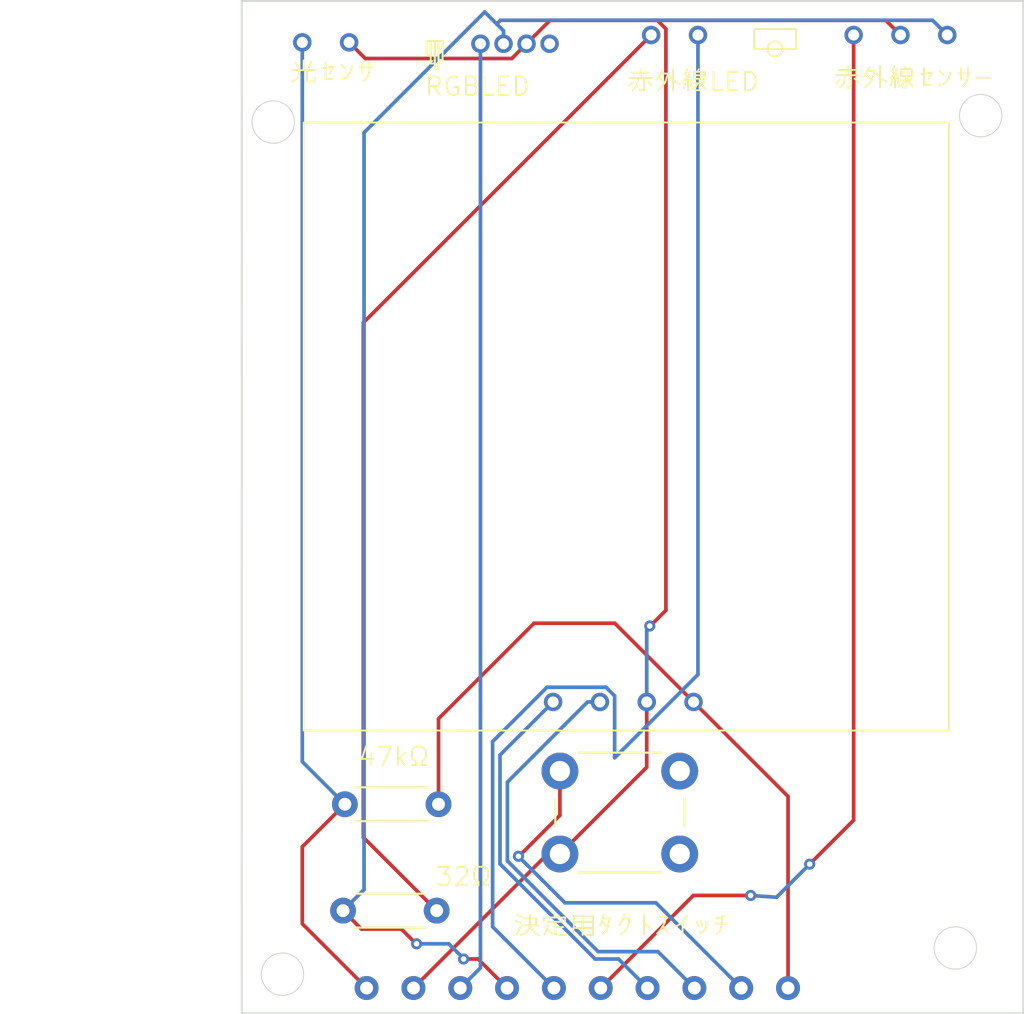
<source format=kicad_pcb>
(kicad_pcb (version 20240108) (generator "pcbnew") (generator_version "8.0")
  (layers (0 "F.Cu" signal) (31 "B.Cu" signal) (34 "B.Paste" user) (35 "F.Paste" user) (36 "B.SilkS" user "B.Silkscreen") (37 "F.SilkS" user "F.Silkscreen") (38 "B.Mask" user) (39 "F.Mask" user) (44 "Edge.Cuts" user))
  (net 0 "")
  (footprint "" (layer "F.Cu") (at 191.74 74.305)
    (property "Reference" "" (at 0 0 0) (layer "F.SilkS") (effects (font (size 1.27 1.27))))
    (property "Value" "")
    (pad "" thru_hole circle (at 0 0 180) (size 1 1) (drill 0.6) (layers "*.Cu" "*.Mask"))
  )
  (footprint "" (layer "F.Cu") (at 213.01 125.63)
    (property "Reference" "25" (hide yes))
    (property "Value" "")
    (pad "" thru_hole circle (at 0 0 180) (size 1.3 1.3) (drill 0.7) (layers "*.Cu" "*.Mask"))
  )
  (footprint "" (layer "F.Cu") (at 221.65 73.905)
    (property "Reference" "" (at 0 0 0) (layer "F.SilkS") (effects (font (size 1.27 1.27))))
    (property "Value" "")
    (pad "" thru_hole circle (at 0 0 180) (size 1 1) (drill 0.6) (layers "*.Cu" "*.Mask"))
  )
  (footprint "" (layer "F.Cu") (at 202.85 125.63)
    (property "Reference" "21" (hide yes))
    (property "Value" "")
    (pad "" thru_hole circle (at 0 0 180) (size 1.3 1.3) (drill 0.7) (layers "*.Cu" "*.Mask"))
  )
  (footprint "" (layer "F.Cu") (at 205.155 74.38)
    (property "Reference" "13" (hide yes))
    (property "Value" "" (hide yes))
    (pad "" thru_hole circle (at 0 0 180) (size 1 1) (drill 0.6) (layers "*.Cu" "*.Mask"))
  )
  (footprint "" (layer "F.Cu") (at 194.28 74.305)
    (property "Reference" "" (at 0 0 0) (layer "F.SilkS") (effects (font (size 1.27 1.27))))
    (property "Value" "")
    (pad "" thru_hole circle (at 0 0 180) (size 1 1) (drill 0.6) (layers "*.Cu" "*.Mask"))
  )
  (footprint "" (layer "F.Cu") (at 224.19 73.905)
    (property "Reference" "17" (hide yes))
    (property "Value" "")
    (pad "" thru_hole circle (at 0 0 180) (size 1 1) (drill 0.6) (layers "*.Cu" "*.Mask"))
  )
  (footprint "" (layer "F.Cu") (at 210.425 110.105)
    (property "Reference" "15" (hide yes))
    (property "Value" "")
    (pad "" thru_hole circle (at 0 0 180) (size 1 1) (drill 0.6) (layers "*.Cu" "*.Mask"))
  )
  (footprint "" (layer "F.Cu") (at 205.39 125.63)
    (property "Reference" "22" (hide yes))
    (property "Value" "")
    (pad "e" thru_hole circle (at 0 0 180) (size 1.3 1.3) (drill 0.7) (layers "*.Cu" "*.Mask"))
  )
  (footprint "" (layer "F.Cu") (at 212.965 110.105)
    (property "Reference" "16" (hide yes))
    (property "Value" "")
    (pad "" thru_hole circle (at 0 0 180) (size 1 1) (drill 0.6) (layers "*.Cu" "*.Mask"))
  )
  (footprint "" (layer "F.Cu") (at 226.73 73.905)
    (property "Reference" "18" (hide yes))
    (property "Value" "")
    (pad "" thru_hole circle (at 0 0 180) (size 1 1) (drill 0.6) (layers "*.Cu" "*.Mask"))
  )
  (footprint "" (layer "F.Cu") (at 207.93 125.63)
    (property "Reference" "23" (hide yes))
    (property "Value" "")
    (pad "" thru_hole circle (at 0 0 180) (size 1.3 1.3) (drill 0.7) (layers "*.Cu" "*.Mask"))
  )
  (footprint "" (layer "F.Cu") (at 205.345 110.105)
    (property "Reference" "" (at 0 0 0) (layer "F.SilkS") (effects (font (size 1.27 1.27))))
    (property "Value" "")
    (pad "" thru_hole circle (at 0 0 180) (size 1 1) (drill 0.6) (layers "*.Cu" "*.Mask"))
  )
  (footprint "" (layer "F.Cu") (at 200.31 125.63)
    (property "Reference" "20" (hide yes))
    (property "Value" "")
    (pad "" thru_hole circle (at 0 0 180) (size 1.3 1.3) (drill 0.7) (layers "*.Cu" "*.Mask"))
  )
  (footprint "" (layer "F.Cu") (at 207.885 110.105)
    (property "Reference" "14" (hide yes))
    (property "Value" "")
    (pad "" thru_hole circle (at 0 0 180) (size 1 1) (drill 0.6) (layers "*.Cu" "*.Mask"))
  )
  (footprint "Resistor_THT:R_Axial_DIN0204_L3.6mm_D1.6mm_P5.08mm_Horizontal" (layer "F.Cu") (at 199.13 115.655 180)
    (property "Reference" "REF**" (hide yes))
    (property "Value" "R_Axial_DIN0204_L3.6mm_D1.6mm_P5.08mm_Horizontal")
    (fp_line (start 0.62 0.92) (end 4.46 0.92) (stroke (width 0.12)) (layer "F.SilkS"))
    (fp_line (start 0.62 -0.92) (end 4.46 -0.92) (stroke (width 0.12)) (layer "F.SilkS"))
    (pad "1" thru_hole circle (at 0 0 180) (size 1.4 1.4) (drill 0.7) (layers "*.Cu" "*.Mask"))
    (pad "2" thru_hole oval (at 5.08 0 180) (size 1.4 1.4) (drill 0.7) (layers "*.Cu" "*.Mask"))
  )
  (footprint "" (layer "F.Cu") (at 197.77 125.63)
    (property "Reference" "19" (hide yes))
    (property "Value" "")
    (pad "" thru_hole circle (at 0 0 180) (size 1.3 1.3) (drill 0.7) (layers "*.Cu" "*.Mask"))
  )
  (footprint "Button_Switch_THT:SW_PUSH_6mm_H4.3mm" (layer "F.Cu") (at 205.715 113.855)
    (property "Reference" "REF**" (hide yes))
    (property "Value" "SW_PUSH_6mm_H4.3mm")
    (fp_line (start -0.25 1.5) (end -0.25 3) (stroke (width 0.12)) (layer "F.SilkS"))
    (fp_line (start 1 5.5) (end 5.5 5.5) (stroke (width 0.12)) (layer "F.SilkS"))
    (fp_line (start 5.5 -1) (end 1 -1) (stroke (width 0.12)) (layer "F.SilkS"))
    (fp_line (start 6.75 3) (end 6.75 1.5) (stroke (width 0.12)) (layer "F.SilkS"))
    (pad "1" thru_hole circle (at 0 0 90) (size 2 2) (drill 1.1) (layers "*.Cu" "*.Mask"))
    (pad "1" thru_hole circle (at 6.5 0 90) (size 2 2) (drill 1.1) (layers "*.Cu" "*.Mask"))
    (pad "2" thru_hole circle (at 0 4.5 90) (size 2 2) (drill 1.1) (layers "*.Cu" "*.Mask"))
    (pad "2" thru_hole circle (at 6.5 4.5 90) (size 2 2) (drill 1.1) (layers "*.Cu" "*.Mask"))
  )
  (footprint "" (layer "F.Cu") (at 215.55 125.63)
    (property "Reference" "26" (hide yes))
    (property "Value" "")
    (pad "" thru_hole circle (at 0 0 180) (size 1.3 1.3) (drill 0.7) (layers "*.Cu" "*.Mask"))
  )
  (footprint "" (layer "F.Cu") (at 218.09 125.63)
    (property "Reference" "27" (hide yes))
    (property "Value" "")
    (pad "" thru_hole circle (at 0 0 180) (size 1.3 1.3) (drill 0.7) (layers "*.Cu" "*.Mask"))
  )
  (footprint "" (layer "F.Cu") (at 213.205 73.905)
    (property "Reference" "10" (hide yes))
    (property "Value" "")
    (pad "" thru_hole circle (at 0 0 180) (size 1 1) (drill 0.6) (layers "*.Cu" "*.Mask"))
  )
  (footprint "Resistor_THT:R_Axial_DIN0204_L3.6mm_D1.6mm_P5.08mm_Horizontal" (layer "F.Cu") (at 193.95 121.43)
    (property "Reference" "REF**" (hide yes))
    (property "Value" "R_Axial_DIN0204_L3.6mm_D1.6mm_P5.08mm_Horizontal")
    (fp_line (start 0.62 -0.92) (end 4.46 -0.92) (stroke (width 0.12)) (layer "F.SilkS"))
    (fp_line (start 0.62 0.92) (end 4.46 0.92) (stroke (width 0.12)) (layer "F.SilkS"))
    (pad "1" thru_hole circle (at 0 0) (size 1.4 1.4) (drill 0.7) (layers "*.Cu" "*.Mask"))
    (pad "2" thru_hole oval (at 5.08 0) (size 1.4 1.4) (drill 0.7) (layers "*.Cu" "*.Mask"))
  )
  (footprint "" (layer "F.Cu") (at 201.405 74.38)
    (property "Reference" "" (hide yes))
    (property "Value" "" (hide yes))
    (pad "" thru_hole circle (at 0 0 180) (size 1 1) (drill 0.6) (layers "*.Cu" "*.Mask"))
  )
  (footprint "" (layer "F.Cu") (at 202.655 74.38)
    (property "Reference" "11" (hide yes))
    (property "Value" "" (hide yes))
    (pad "" thru_hole circle (at 0 0 180) (size 1 1) (drill 0.6) (layers "*.Cu" "*.Mask"))
  )
  (footprint "" (layer "F.Cu") (at 203.905 74.38)
    (property "Reference" "12" (hide yes))
    (property "Value" "" (hide yes))
    (pad "" thru_hole circle (at 0 0 180) (size 1 1) (drill 0.6) (layers "*.Cu" "*.Mask"))
  )
  (footprint "" (layer "F.Cu") (at 210.665 73.905)
    (property "Reference" "" (at 0 0 0) (layer "F.SilkS") (effects (font (size 1.27 1.27))))
    (property "Value" "")
    (pad "" thru_hole circle (at 0 0 180) (size 1 1) (drill 0.6) (layers "*.Cu" "*.Mask"))
  )
  (footprint "" (layer "F.Cu") (at 195.23 125.63)
    (property "Reference" "" (at 0 0 0) (layer "F.SilkS") (effects (font (size 1.27 1.27))))
    (property "Value" "")
    (pad "" thru_hole circle (at 0 0 180) (size 1.3 1.3) (drill 0.7) (layers "*.Cu" "*.Mask"))
  )
  (footprint "" (layer "F.Cu") (at 210.47 125.63)
    (property "Reference" "24" (hide yes))
    (property "Value" "")
    (pad "" thru_hole circle (at 0 0 180) (size 1.3 1.3) (drill 0.7) (layers "*.Cu" "*.Mask"))
  )
  (gr_rect (start 216.25 73.58) (end 218.525 74.655) (stroke (width 0.1)) (fill none) (layer "F.SilkS"))
  (gr_rect (start 198.93 74.23) (end 199.13 75.73) (stroke (width 0.1)) (fill none) (layer "F.SilkS"))
  (gr_rect (start 199.13 74.23) (end 199.355 75.255) (stroke (width 0.1)) (fill none) (layer "F.SilkS"))
  (gr_rect (start 191.815 78.655) (end 226.815 111.655) (stroke (width 0.1)) (fill none) (layer "F.SilkS"))
  (gr_rect (start 198.48 74.23) (end 198.705 75.03) (stroke (width 0.1)) (fill none) (layer "F.SilkS"))
  (gr_rect (start 198.705 74.23) (end 198.93 75.455) (stroke (width 0.1)) (fill none) (layer "F.SilkS"))
  (gr_circle (center 217.3875 74.655) (end 217.55 74.28) (stroke (width 0.1)) (fill none) (layer "F.SilkS"))
  (gr_line (start 188.455 80.305) (end 188.455 80.305) (stroke (width 0.05)) (layer "Edge.Cuts"))
  (gr_line (start 230.8525 72.055) (end 230.8525 127.005) (stroke (width 0.1)) (layer "Edge.Cuts"))
  (gr_line (start 188.4525 127.005) (end 188.455 80.305) (stroke (width 0.1)) (layer "Edge.Cuts"))
  (gr_line (start 188.4525 72.055) (end 230.8525 72.055) (stroke (width 0.1)) (layer "Edge.Cuts"))
  (gr_circle (center 227.165 123.455) (end 226.015 123.455) (stroke (width 0.05)) (fill none) (layer "Edge.Cuts"))
  (gr_line (start 188.455 80.305) (end 188.4525 72.055) (stroke (width 0.1)) (layer "Edge.Cuts"))
  (gr_circle (center 228.54 78.28) (end 227.39 78.28) (stroke (width 0.05)) (fill none) (layer "Edge.Cuts"))
  (gr_circle (center 190.665 124.88) (end 189.515 124.88) (stroke (width 0.05)) (fill none) (layer "Edge.Cuts"))
  (gr_circle (center 190.165 78.63) (end 189.015 78.63) (stroke (width 0.05)) (fill none) (layer "Edge.Cuts"))
  (gr_line (start 230.8525 127.005) (end 188.4525 127.005) (stroke (width 0.1)) (layer "Edge.Cuts"))
  (gr_text "47kΩ" (at 194.715 113.655 0) (layer "F.SilkS") (effects (font (size 1 1) (thickness 0.1)) (justify left bottom)))
  (gr_text "32Ω" (at 198.9 120.18 0) (layer "F.SilkS") (effects (font (size 1 1) (thickness 0.1)) (justify left bottom)))
  (gr_text "赤外線LED" (at 209.315 77.03 0) (layer "F.SilkS") (effects (font (size 1 1) (thickness 0.1)) (justify left bottom)))
  (gr_text "決定用タクトスイッチ" (at 203.165 122.88 0) (layer "F.SilkS") (effects (font (size 1 1) (thickness 0.1)) (justify left bottom)))
  (gr_text "赤外線センサー" (at 220.54 76.88 0) (layer "F.SilkS") (effects (font (size 1 1) (thickness 0.1)) (justify left bottom)))
  (gr_text "光センサ" (at 191.03 76.555 0) (layer "F.SilkS") (effects (font (size 1 1) (thickness 0.1)) (justify left bottom)))
  (gr_text "RGBLED" (at 198.315 77.28 0) (layer "F.SilkS") (effects (font (size 1 1) (thickness 0.1)) (justify left bottom)))
  (segment (start 210.59 105.98) (end 210.59 106.005) (width 0.2) (layer "F.Cu") (net 0))
  (segment (start 197.915 123.23) (end 197.94 123.23) (width 0.2) (layer "F.Cu") (net 0))
  (segment (start 195.05 89.52) (end 195.05 117.45) (width 0.2) (layer "F.Cu") (net 0))
  (segment (start 205.18 73.105) (end 210.996371 73.105) (width 0.2) (layer "F.Cu") (net 0))
  (segment (start 212.955 120.605) (end 207.93 125.63) (width 0.2) (layer "F.Cu") (net 0))
  (segment (start 200.49 124.055) (end 201.275 124.055) (width 0.2) (layer "F.Cu") (net 0))
  (segment (start 197.94 123.23) (end 197.94 123.255) (width 0.2) (layer "F.Cu") (net 0))
  (segment (start 221.65 73.905) (end 221.65 116.52) (width 0.2) (layer "F.Cu") (net 0))
  (segment (start 218.09 125.63) (end 218.09 115.23) (width 0.2) (layer "F.Cu") (net 0))
  (segment (start 216.065 120.605) (end 212.955 120.605) (width 0.2) (layer "F.Cu") (net 0))
  (segment (start 203.905 74.38) (end 203.105 75.18) (width 0.2) (layer "F.Cu") (net 0))
  (segment (start 194.05 115.655) (end 191.74 117.965) (width 0.2) (layer "F.Cu") (net 0))
  (segment (start 197.94 123.255) (end 197.94 123.255) (width 0.2) (layer "F.Cu") (net 0))
  (segment (start 197.115 122.43) (end 197.915 123.23) (width 0.2) (layer "F.Cu") (net 0))
  (segment (start 205.045 118.355) (end 197.77 125.63) (width 0.2) (layer "F.Cu") (net 0))
  (segment (start 210.615 105.98) (end 210.59 105.98) (width 0.2) (layer "F.Cu") (net 0))
  (segment (start 203.465 118.505) (end 203.465 118.505) (width 0.2) (layer "F.Cu") (net 0))
  (segment (start 191.74 122.14) (end 195.23 125.63) (width 0.2) (layer "F.Cu") (net 0))
  (segment (start 210.665 73.905) (end 195.05 89.52) (width 0.2) (layer "F.Cu") (net 0))
  (segment (start 205.715 113.855) (end 205.715 116.255) (width 0.2) (layer "F.Cu") (net 0))
  (segment (start 195.155 75.18) (end 194.28 74.305) (width 0.2) (layer "F.Cu") (net 0))
  (segment (start 210.425 113.645) (end 205.715 118.355) (width 0.2) (layer "F.Cu") (net 0))
  (segment (start 203.105 75.18) (end 195.155 75.18) (width 0.2) (layer "F.Cu") (net 0))
  (segment (start 224.19 73.905) (end 223.39 73.105) (width 0.2) (layer "F.Cu") (net 0))
  (segment (start 205.715 118.355) (end 205.045 118.355) (width 0.2) (layer "F.Cu") (net 0))
  (segment (start 191.74 117.965) (end 191.74 122.14) (width 0.2) (layer "F.Cu") (net 0))
  (segment (start 203.905 74.38) (end 205.18 73.105) (width 0.2) (layer "F.Cu") (net 0))
  (segment (start 208.69 105.83) (end 212.965 110.105) (width 0.2) (layer "F.Cu") (net 0))
  (segment (start 199.13 115.655) (end 199.13 111.015) (width 0.2) (layer "F.Cu") (net 0))
  (segment (start 201.275 124.055) (end 202.85 125.63) (width 0.2) (layer "F.Cu") (net 0))
  (segment (start 210.59 106.005) (end 210.615 105.98) (width 0.2) (layer "F.Cu") (net 0))
  (segment (start 203.49 118.48) (end 203.465 118.48) (width 0.2) (layer "F.Cu") (net 0))
  (segment (start 223.39 73.105) (end 210.765 73.105) (width 0.2) (layer "F.Cu") (net 0))
  (segment (start 211.465 73.573629) (end 211.465 105.13) (width 0.2) (layer "F.Cu") (net 0))
  (segment (start 218.09 115.23) (end 212.965 110.105) (width 0.2) (layer "F.Cu") (net 0))
  (segment (start 221.65 116.52) (end 219.265 118.905) (width 0.2) (layer "F.Cu") (net 0))
  (segment (start 194.95 122.43) (end 197.115 122.43) (width 0.2) (layer "F.Cu") (net 0))
  (segment (start 210.425 110.105) (end 210.425 113.645) (width 0.2) (layer "F.Cu") (net 0))
  (segment (start 219.265 118.905) (end 219.24 118.93) (width 0.2) (layer "F.Cu") (net 0))
  (segment (start 210.996371 73.105) (end 211.465 73.573629) (width 0.2) (layer "F.Cu") (net 0))
  (segment (start 211.465 105.13) (end 210.615 105.98) (width 0.2) (layer "F.Cu") (net 0))
  (segment (start 203.465 118.48) (end 203.465 118.505) (width 0.2) (layer "F.Cu") (net 0))
  (segment (start 199.13 111.015) (end 204.315 105.83) (width 0.2) (layer "F.Cu") (net 0))
  (segment (start 193.95 121.43) (end 194.95 122.43) (width 0.2) (layer "F.Cu") (net 0))
  (segment (start 195.05 117.45) (end 199.03 121.43) (width 0.2) (layer "F.Cu") (net 0))
  (segment (start 205.715 116.255) (end 203.49 118.48) (width 0.2) (layer "F.Cu") (net 0))
  (segment (start 204.315 105.83) (end 208.69 105.83) (width 0.2) (layer "F.Cu") (net 0))
  (via (at 210.59 105.98) (size 0.6) (drill 0.3) (layers "F.Cu" "B.Cu") (net 0))
  (via (at 216.065 120.605) (size 0.6) (drill 0.3) (layers "F.Cu" "B.Cu") (net 0))
  (via (at 219.265 118.905) (size 0.6) (drill 0.3) (layers "F.Cu" "B.Cu") (net 0))
  (via (at 200.49 124.055) (size 0.6) (drill 0.3) (layers "F.Cu" "B.Cu") (net 0))
  (via (at 203.465 118.48) (size 0.6) (drill 0.3) (layers "F.Cu" "B.Cu") (net 0))
  (via (at 197.94 123.23) (size 0.6) (drill 0.3) (layers "F.Cu" "B.Cu") (net 0))
  (segment (start 213.205 73.905) (end 213.205 108.615) (width 0.2) (layer "B.Cu") (net 0))
  (segment (start 202.065 112.253629) (end 202.065 122.305) (width 0.2) (layer "B.Cu") (net 0))
  (segment (start 211.035686 123.655686) (end 207.792157 123.655686) (width 0.2) (layer "B.Cu") (net 0))
  (segment (start 210.59 105.98) (end 210.425 106.145) (width 0.2) (layer "B.Cu") (net 0))
  (segment (start 202.465 118.894215) (end 202.465 112.985) (width 0.2) (layer "B.Cu") (net 0))
  (segment (start 201.405 74.38) (end 201.405 124.535) (width 0.2) (layer "B.Cu") (net 0))
  (segment (start 197.94 123.23) (end 199.69 123.23) (width 0.2) (layer "B.Cu") (net 0))
  (segment (start 195.09 120.29) (end 193.95 121.43) (width 0.2) (layer "B.Cu") (net 0))
  (segment (start 191.74 74.305) (end 191.74 113.345) (width 0.2) (layer "B.Cu") (net 0))
  (segment (start 200.49 124.055) (end 200.515 124.055) (width 0.2) (layer "B.Cu") (net 0))
  (segment (start 202.49 73.105) (end 202.288553 73.306447) (width 0.2) (layer "B.Cu") (net 0))
  (segment (start 216.065 120.605) (end 215.99 120.705) (width 0.2) (layer "B.Cu") (net 0))
  (segment (start 200.515 124.055) (end 200.515 124.055) (width 0.2) (layer "B.Cu") (net 0))
  (segment (start 210.47 125.63) (end 208.895686 124.055686) (width 0.2) (layer "B.Cu") (net 0))
  (segment (start 202.288553 73.306447) (end 201.637106 72.655) (width 0.2) (layer "B.Cu") (net 0))
  (segment (start 202.865 114.455) (end 207.215 110.105) (width 0.2) (layer "B.Cu") (net 0))
  (segment (start 202.655 73.672894) (end 202.288553 73.306447) (width 0.2) (layer "B.Cu") (net 0))
  (segment (start 202.065 122.305) (end 205.39 125.63) (width 0.2) (layer "B.Cu") (net 0))
  (segment (start 213.205 108.615) (end 208.685 113.135) (width 0.2) (layer "B.Cu") (net 0))
  (segment (start 199.69 123.23) (end 200.49 124.03) (width 0.2) (layer "B.Cu") (net 0))
  (segment (start 210.925 121.005) (end 215.55 125.63) (width 0.2) (layer "B.Cu") (net 0))
  (segment (start 201.637106 72.655) (end 195.09 79.202106) (width 0.2) (layer "B.Cu") (net 0))
  (segment (start 200.49 124.03) (end 200.49 124.055) (width 0.2) (layer "B.Cu") (net 0))
  (segment (start 207.626471 124.055686) (end 202.465 118.894215) (width 0.2) (layer "B.Cu") (net 0))
  (segment (start 208.685 113.135) (end 208.685 109.773629) (width 0.2) (layer "B.Cu") (net 0))
  (segment (start 202.865 118.728529) (end 202.865 114.455) (width 0.2) (layer "B.Cu") (net 0))
  (segment (start 202.655 74.38) (end 202.655 73.672894) (width 0.2) (layer "B.Cu") (net 0))
  (segment (start 208.216371 109.305) (end 205.013629 109.305) (width 0.2) (layer "B.Cu") (net 0))
  (segment (start 207.215 110.105) (end 207.885 110.105) (width 0.2) (layer "B.Cu") (net 0))
  (segment (start 219.265 118.905) (end 217.465 120.705) (width 0.2) (layer "B.Cu") (net 0))
  (segment (start 201.405 124.535) (end 200.31 125.63) (width 0.2) (layer "B.Cu") (net 0))
  (segment (start 210.425 106.145) (end 210.425 110.105) (width 0.2) (layer "B.Cu") (net 0))
  (segment (start 208.895686 124.055686) (end 207.626471 124.055686) (width 0.2) (layer "B.Cu") (net 0))
  (segment (start 217.465 120.705) (end 216.065 120.605) (width 0.2) (layer "B.Cu") (net 0))
  (segment (start 226.73 73.905) (end 225.93 73.105) (width 0.2) (layer "B.Cu") (net 0))
  (segment (start 225.93 73.105) (end 202.49 73.105) (width 0.2) (layer "B.Cu") (net 0))
  (segment (start 208.685 109.773629) (end 208.216371 109.305) (width 0.2) (layer "B.Cu") (net 0))
  (segment (start 203.465 118.48) (end 205.99 121.005) (width 0.2) (layer "B.Cu") (net 0))
  (segment (start 205.99 121.005) (end 210.925 121.005) (width 0.2) (layer "B.Cu") (net 0))
  (segment (start 191.74 113.345) (end 194.05 115.655) (width 0.2) (layer "B.Cu") (net 0))
  (segment (start 202.465 112.985) (end 205.345 110.105) (width 0.2) (layer "B.Cu") (net 0))
  (segment (start 205.013629 109.305) (end 202.065 112.253629) (width 0.2) (layer "B.Cu") (net 0))
  (segment (start 213.01 125.63) (end 211.035686 123.655686) (width 0.2) (layer "B.Cu") (net 0))
  (segment (start 195.09 79.202106) (end 195.09 120.29) (width 0.2) (layer "B.Cu") (net 0))
  (segment (start 207.792157 123.655686) (end 202.865 118.728529) (width 0.2) (layer "B.Cu") (net 0))
)
</source>
